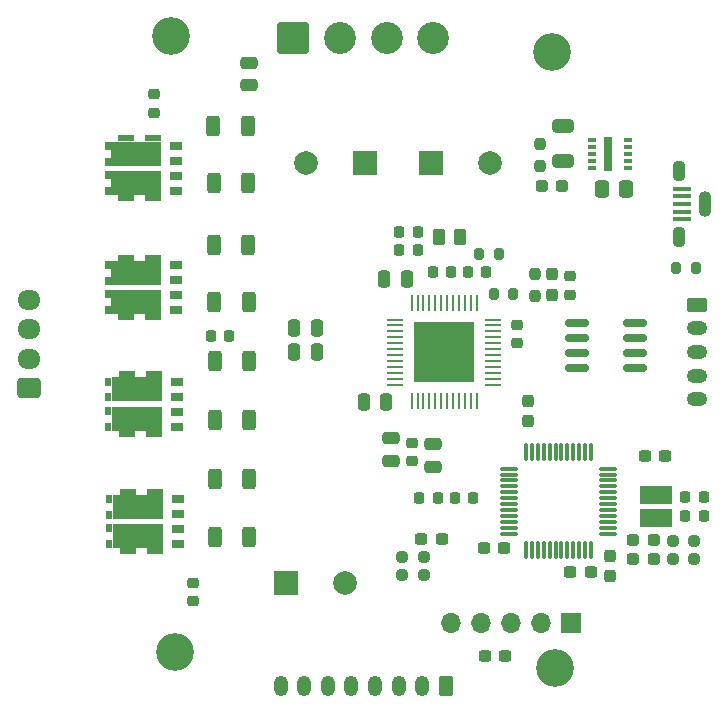
<source format=gbr>
%TF.GenerationSoftware,KiCad,Pcbnew,8.0.6*%
%TF.CreationDate,2025-12-29T11:58:40+02:00*%
%TF.ProjectId,TMCM_1260_alternative,544d434d-5f31-4323-9630-5f616c746572,rev?*%
%TF.SameCoordinates,Original*%
%TF.FileFunction,Soldermask,Top*%
%TF.FilePolarity,Negative*%
%FSLAX46Y46*%
G04 Gerber Fmt 4.6, Leading zero omitted, Abs format (unit mm)*
G04 Created by KiCad (PCBNEW 8.0.6) date 2025-12-29 11:58:40*
%MOMM*%
%LPD*%
G01*
G04 APERTURE LIST*
G04 Aperture macros list*
%AMRoundRect*
0 Rectangle with rounded corners*
0 $1 Rounding radius*
0 $2 $3 $4 $5 $6 $7 $8 $9 X,Y pos of 4 corners*
0 Add a 4 corners polygon primitive as box body*
4,1,4,$2,$3,$4,$5,$6,$7,$8,$9,$2,$3,0*
0 Add four circle primitives for the rounded corners*
1,1,$1+$1,$2,$3*
1,1,$1+$1,$4,$5*
1,1,$1+$1,$6,$7*
1,1,$1+$1,$8,$9*
0 Add four rect primitives between the rounded corners*
20,1,$1+$1,$2,$3,$4,$5,0*
20,1,$1+$1,$4,$5,$6,$7,0*
20,1,$1+$1,$6,$7,$8,$9,0*
20,1,$1+$1,$8,$9,$2,$3,0*%
G04 Aperture macros list end*
%ADD10C,3.200000*%
%ADD11R,2.000000X2.000000*%
%ADD12C,2.000000*%
%ADD13RoundRect,0.250000X0.250000X0.475000X-0.250000X0.475000X-0.250000X-0.475000X0.250000X-0.475000X0*%
%ADD14RoundRect,0.237500X0.237500X-0.300000X0.237500X0.300000X-0.237500X0.300000X-0.237500X-0.300000X0*%
%ADD15R,2.700000X1.500000*%
%ADD16RoundRect,0.250000X0.312500X0.625000X-0.312500X0.625000X-0.312500X-0.625000X0.312500X-0.625000X0*%
%ADD17RoundRect,0.237500X0.250000X0.237500X-0.250000X0.237500X-0.250000X-0.237500X0.250000X-0.237500X0*%
%ADD18RoundRect,0.225000X-0.225000X-0.250000X0.225000X-0.250000X0.225000X0.250000X-0.225000X0.250000X0*%
%ADD19RoundRect,0.237500X-0.237500X0.300000X-0.237500X-0.300000X0.237500X-0.300000X0.237500X0.300000X0*%
%ADD20RoundRect,0.237500X-0.287500X-0.237500X0.287500X-0.237500X0.287500X0.237500X-0.287500X0.237500X0*%
%ADD21RoundRect,0.225000X0.250000X-0.225000X0.250000X0.225000X-0.250000X0.225000X-0.250000X-0.225000X0*%
%ADD22R,1.500000X0.450000*%
%ADD23O,1.100000X1.800000*%
%ADD24O,1.100000X2.200000*%
%ADD25R,4.280000X2.080000*%
%ADD26R,1.400000X0.495000*%
%ADD27R,0.560000X0.750000*%
%ADD28R,1.000000X0.750000*%
%ADD29RoundRect,0.225000X-0.250000X0.225000X-0.250000X-0.225000X0.250000X-0.225000X0.250000X0.225000X0*%
%ADD30RoundRect,0.237500X-0.300000X-0.237500X0.300000X-0.237500X0.300000X0.237500X-0.300000X0.237500X0*%
%ADD31RoundRect,0.250000X0.475000X-0.250000X0.475000X0.250000X-0.475000X0.250000X-0.475000X-0.250000X0*%
%ADD32RoundRect,0.250000X0.650000X-0.325000X0.650000X0.325000X-0.650000X0.325000X-0.650000X-0.325000X0*%
%ADD33RoundRect,0.250001X-1.099999X-1.099999X1.099999X-1.099999X1.099999X1.099999X-1.099999X1.099999X0*%
%ADD34C,2.700000*%
%ADD35RoundRect,0.237500X0.300000X0.237500X-0.300000X0.237500X-0.300000X-0.237500X0.300000X-0.237500X0*%
%ADD36RoundRect,0.250000X0.350000X0.625000X-0.350000X0.625000X-0.350000X-0.625000X0.350000X-0.625000X0*%
%ADD37O,1.200000X1.750000*%
%ADD38RoundRect,0.150000X-0.825000X-0.150000X0.825000X-0.150000X0.825000X0.150000X-0.825000X0.150000X0*%
%ADD39O,1.950000X1.700000*%
%ADD40RoundRect,0.250000X0.725000X-0.600000X0.725000X0.600000X-0.725000X0.600000X-0.725000X-0.600000X0*%
%ADD41RoundRect,0.075000X0.662500X0.075000X-0.662500X0.075000X-0.662500X-0.075000X0.662500X-0.075000X0*%
%ADD42RoundRect,0.075000X0.075000X0.662500X-0.075000X0.662500X-0.075000X-0.662500X0.075000X-0.662500X0*%
%ADD43RoundRect,0.237500X0.237500X-0.250000X0.237500X0.250000X-0.237500X0.250000X-0.237500X-0.250000X0*%
%ADD44C,0.499999*%
%ADD45R,0.800001X2.999999*%
%ADD46R,0.750001X0.399999*%
%ADD47RoundRect,0.250000X-0.625000X0.350000X-0.625000X-0.350000X0.625000X-0.350000X0.625000X0.350000X0*%
%ADD48O,1.750000X1.200000*%
%ADD49RoundRect,0.225000X0.225000X0.250000X-0.225000X0.250000X-0.225000X-0.250000X0.225000X-0.250000X0*%
%ADD50RoundRect,0.250000X0.337500X0.475000X-0.337500X0.475000X-0.337500X-0.475000X0.337500X-0.475000X0*%
%ADD51RoundRect,0.237500X0.287500X0.237500X-0.287500X0.237500X-0.287500X-0.237500X0.287500X-0.237500X0*%
%ADD52RoundRect,0.200000X0.200000X0.275000X-0.200000X0.275000X-0.200000X-0.275000X0.200000X-0.275000X0*%
%ADD53RoundRect,0.200000X-0.200000X-0.275000X0.200000X-0.275000X0.200000X0.275000X-0.200000X0.275000X0*%
%ADD54R,1.700000X1.700000*%
%ADD55O,1.700000X1.700000*%
%ADD56RoundRect,0.250000X-0.475000X0.250000X-0.475000X-0.250000X0.475000X-0.250000X0.475000X0.250000X0*%
%ADD57RoundRect,0.250000X-0.262500X-0.450000X0.262500X-0.450000X0.262500X0.450000X-0.262500X0.450000X0*%
%ADD58RoundRect,0.237500X-0.250000X-0.237500X0.250000X-0.237500X0.250000X0.237500X-0.250000X0.237500X0*%
%ADD59R,0.279400X1.346200*%
%ADD60R,1.346200X0.279400*%
%ADD61R,5.105400X5.105400*%
G04 APERTURE END LIST*
D10*
%TO.C,REF\u002A\u002A*%
X115951000Y-74574400D03*
%TD*%
%TO.C,REF\u002A\u002A*%
X83743800Y-73253600D03*
%TD*%
%TO.C,REF\u002A\u002A*%
X84048600Y-125399800D03*
%TD*%
%TO.C,REF\u002A\u002A*%
X116255800Y-126746000D03*
%TD*%
D11*
%TO.C,C24*%
X93425000Y-119583200D03*
D12*
X98425000Y-119583200D03*
%TD*%
D13*
%TO.C,C15*%
X103693000Y-93776800D03*
X101793000Y-93776800D03*
%TD*%
D14*
%TO.C,C8*%
X115976400Y-95147300D03*
X115976400Y-93422300D03*
%TD*%
D15*
%TO.C,Y1*%
X124790200Y-114041000D03*
X124790200Y-112141000D03*
%TD*%
D16*
%TO.C,R10*%
X90337100Y-105714800D03*
X87412100Y-105714800D03*
%TD*%
D17*
%TO.C,R34*%
X105130600Y-118846600D03*
X103305600Y-118846600D03*
%TD*%
D18*
%TO.C,C29*%
X108864000Y-93192200D03*
X110414000Y-93192200D03*
%TD*%
%TO.C,C19*%
X87109000Y-98628200D03*
X88659000Y-98628200D03*
%TD*%
D19*
%TO.C,C37*%
X120904000Y-117247500D03*
X120904000Y-118972500D03*
%TD*%
D20*
%TO.C,D2*%
X122834400Y-117551200D03*
X124584400Y-117551200D03*
%TD*%
D21*
%TO.C,C20*%
X82245200Y-79743600D03*
X82245200Y-78193600D03*
%TD*%
D17*
%TO.C,R35*%
X105105200Y-117348000D03*
X103280200Y-117348000D03*
%TD*%
D22*
%TO.C,J5*%
X127021400Y-88758200D03*
X127021400Y-88108200D03*
X127021400Y-87458200D03*
X127021400Y-86808200D03*
X127021400Y-86158200D03*
D23*
X126771400Y-90258200D03*
D24*
X128921400Y-87458200D03*
D23*
X126771400Y-84658200D03*
%TD*%
D25*
%TO.C,Q1*%
X80911600Y-115595600D03*
X80911600Y-113115600D03*
D26*
X80051600Y-111828600D03*
X82351600Y-111828600D03*
X82351600Y-116882600D03*
X80051600Y-116882600D03*
D27*
X78491600Y-116260600D03*
X78491600Y-114930600D03*
X78491600Y-113780600D03*
X78491600Y-112450600D03*
D28*
X84300600Y-112450600D03*
X84300600Y-113720600D03*
X84300600Y-114990600D03*
X84300600Y-116260600D03*
%TD*%
D29*
%TO.C,C17*%
X85623400Y-121069400D03*
X85623400Y-119519400D03*
%TD*%
D18*
%TO.C,C16*%
X107784600Y-112344200D03*
X109334600Y-112344200D03*
%TD*%
D30*
%TO.C,C38*%
X104928500Y-115798600D03*
X106653500Y-115798600D03*
%TD*%
%TO.C,C4*%
X110312200Y-125704600D03*
X112037200Y-125704600D03*
%TD*%
D13*
%TO.C,C13*%
X96073000Y-97993200D03*
X94173000Y-97993200D03*
%TD*%
D31*
%TO.C,C21*%
X90347800Y-77429400D03*
X90347800Y-75529400D03*
%TD*%
D20*
%TO.C,D3*%
X122834400Y-115925600D03*
X124584400Y-115925600D03*
%TD*%
D32*
%TO.C,C1*%
X116912300Y-83847200D03*
X116912300Y-80897200D03*
%TD*%
D33*
%TO.C,J4*%
X94060000Y-73400000D03*
D34*
X98020000Y-73400000D03*
X101980000Y-73400000D03*
X105940000Y-73400000D03*
%TD*%
D35*
%TO.C,C10*%
X111936700Y-116611400D03*
X110211700Y-116611400D03*
%TD*%
D18*
%TO.C,C32*%
X105879600Y-93218000D03*
X107429600Y-93218000D03*
%TD*%
D36*
%TO.C,J3*%
X107000000Y-128248000D03*
D37*
X105000000Y-128248000D03*
X103000000Y-128248000D03*
X101000000Y-128248000D03*
X99000000Y-128248000D03*
X97000000Y-128248000D03*
X95000000Y-128248000D03*
X93000000Y-128248000D03*
%TD*%
D38*
%TO.C,U3*%
X118073400Y-97550200D03*
X118073400Y-98820200D03*
X118073400Y-100090200D03*
X118073400Y-101360200D03*
X123023400Y-101360200D03*
X123023400Y-100090200D03*
X123023400Y-98820200D03*
X123023400Y-97550200D03*
%TD*%
D39*
%TO.C,J1*%
X71690500Y-95554000D03*
X71690500Y-98054000D03*
X71690500Y-100554000D03*
D40*
X71690500Y-103054000D03*
%TD*%
D14*
%TO.C,C11*%
X113919000Y-105840700D03*
X113919000Y-104115700D03*
%TD*%
D16*
%TO.C,R9*%
X90337100Y-110718600D03*
X87412100Y-110718600D03*
%TD*%
D41*
%TO.C,U2*%
X120697700Y-115373600D03*
X120697700Y-114873600D03*
X120697700Y-114373600D03*
X120697700Y-113873600D03*
X120697700Y-113373600D03*
X120697700Y-112873600D03*
X120697700Y-112373600D03*
X120697700Y-111873600D03*
X120697700Y-111373600D03*
X120697700Y-110873600D03*
X120697700Y-110373600D03*
X120697700Y-109873600D03*
D42*
X119285200Y-108461100D03*
X118785200Y-108461100D03*
X118285200Y-108461100D03*
X117785200Y-108461100D03*
X117285200Y-108461100D03*
X116785200Y-108461100D03*
X116285200Y-108461100D03*
X115785200Y-108461100D03*
X115285200Y-108461100D03*
X114785200Y-108461100D03*
X114285200Y-108461100D03*
X113785200Y-108461100D03*
D41*
X112372700Y-109873600D03*
X112372700Y-110373600D03*
X112372700Y-110873600D03*
X112372700Y-111373600D03*
X112372700Y-111873600D03*
X112372700Y-112373600D03*
X112372700Y-112873600D03*
X112372700Y-113373600D03*
X112372700Y-113873600D03*
X112372700Y-114373600D03*
X112372700Y-114873600D03*
X112372700Y-115373600D03*
D42*
X113785200Y-116786100D03*
X114285200Y-116786100D03*
X114785200Y-116786100D03*
X115285200Y-116786100D03*
X115785200Y-116786100D03*
X116285200Y-116786100D03*
X116785200Y-116786100D03*
X117285200Y-116786100D03*
X117785200Y-116786100D03*
X118285200Y-116786100D03*
X118785200Y-116786100D03*
X119285200Y-116786100D03*
%TD*%
D16*
%TO.C,R11*%
X90337100Y-100761800D03*
X87412100Y-100761800D03*
%TD*%
D25*
%TO.C,Q3*%
X80793800Y-95765800D03*
X80793800Y-93285800D03*
D26*
X79933800Y-91998800D03*
X82233800Y-91998800D03*
X82233800Y-97052800D03*
X79933800Y-97052800D03*
D27*
X78373800Y-96430800D03*
X78373800Y-95100800D03*
X78373800Y-93950800D03*
X78373800Y-92620800D03*
D28*
X84182800Y-92620800D03*
X84182800Y-93890800D03*
X84182800Y-95160800D03*
X84182800Y-96430800D03*
%TD*%
D18*
%TO.C,C30*%
X103060200Y-89814400D03*
X104610200Y-89814400D03*
%TD*%
D16*
%TO.C,R19*%
X90260900Y-90906600D03*
X87335900Y-90906600D03*
%TD*%
D25*
%TO.C,Q2*%
X80844600Y-105646400D03*
X80844600Y-103166400D03*
D26*
X79984600Y-101879400D03*
X82284600Y-101879400D03*
X82284600Y-106933400D03*
X79984600Y-106933400D03*
D27*
X78424600Y-106311400D03*
X78424600Y-104981400D03*
X78424600Y-103831400D03*
X78424600Y-102501400D03*
D28*
X84233600Y-102501400D03*
X84233600Y-103771400D03*
X84233600Y-105041400D03*
X84233600Y-106311400D03*
%TD*%
D43*
%TO.C,R1*%
X114931100Y-84249900D03*
X114931100Y-82424900D03*
%TD*%
%TO.C,R5*%
X114503200Y-95222700D03*
X114503200Y-93397700D03*
%TD*%
D35*
%TO.C,C7*%
X119251900Y-118643400D03*
X117526900Y-118643400D03*
%TD*%
D44*
%TO.C,U1*%
X120749498Y-84272000D03*
X120749498Y-83242000D03*
X120749498Y-82212000D03*
D45*
X120749498Y-83242000D03*
D46*
X122449500Y-82042000D03*
X122449500Y-82642001D03*
X122449500Y-83242003D03*
X122449500Y-83842001D03*
X122449500Y-84442003D03*
X119399498Y-84442003D03*
X119399498Y-83842001D03*
X119399498Y-83242003D03*
X119399498Y-82642001D03*
X119399498Y-82042000D03*
%TD*%
D47*
%TO.C,J2*%
X128250000Y-96000000D03*
D48*
X128250000Y-98000000D03*
X128250000Y-100000000D03*
X128250000Y-102000000D03*
X128250000Y-104000000D03*
%TD*%
D21*
%TO.C,C9*%
X117525800Y-95136000D03*
X117525800Y-93586000D03*
%TD*%
D30*
%TO.C,C2*%
X123852600Y-108762800D03*
X125577600Y-108762800D03*
%TD*%
D49*
%TO.C,C31*%
X104610200Y-91338400D03*
X103060200Y-91338400D03*
%TD*%
D50*
%TO.C,C3*%
X122267800Y-86182200D03*
X120192800Y-86182200D03*
%TD*%
D51*
%TO.C,D1*%
X116847500Y-85902800D03*
X115097500Y-85902800D03*
%TD*%
D13*
%TO.C,C12*%
X96073000Y-99999800D03*
X94173000Y-99999800D03*
%TD*%
D52*
%TO.C,R24*%
X111480000Y-91668200D03*
X109830000Y-91668200D03*
%TD*%
D25*
%TO.C,Q4*%
X80793800Y-85682000D03*
X80793800Y-83202000D03*
D26*
X79933800Y-81915000D03*
X82233800Y-81915000D03*
X82233800Y-86969000D03*
X79933800Y-86969000D03*
D27*
X78373800Y-86347000D03*
X78373800Y-85017000D03*
X78373800Y-83867000D03*
X78373800Y-82537000D03*
D28*
X84182800Y-82537000D03*
X84182800Y-83807000D03*
X84182800Y-85077000D03*
X84182800Y-86347000D03*
%TD*%
D53*
%TO.C,R39*%
X126517400Y-92887800D03*
X128167400Y-92887800D03*
%TD*%
D16*
%TO.C,R8*%
X90337100Y-115620800D03*
X87412100Y-115620800D03*
%TD*%
D11*
%TO.C,C22*%
X100132277Y-83997800D03*
D12*
X95132277Y-83997800D03*
%TD*%
D13*
%TO.C,C14*%
X101940400Y-104267000D03*
X100040400Y-104267000D03*
%TD*%
D52*
%TO.C,R27*%
X112686600Y-95123000D03*
X111036600Y-95123000D03*
%TD*%
D54*
%TO.C,J7*%
X117602000Y-122936000D03*
D55*
X115062000Y-122936000D03*
X112522000Y-122936000D03*
X109982000Y-122936000D03*
X107442000Y-122936000D03*
%TD*%
D29*
%TO.C,C26*%
X104165400Y-107698200D03*
X104165400Y-109248200D03*
%TD*%
D21*
%TO.C,C33*%
X113030000Y-99250800D03*
X113030000Y-97700800D03*
%TD*%
D56*
%TO.C,C27*%
X105943400Y-107812800D03*
X105943400Y-109712800D03*
%TD*%
D16*
%TO.C,R18*%
X90286300Y-95783400D03*
X87361300Y-95783400D03*
%TD*%
D57*
%TO.C,R25*%
X106377100Y-90246200D03*
X108202100Y-90246200D03*
%TD*%
D16*
%TO.C,R21*%
X90235500Y-80899000D03*
X87310500Y-80899000D03*
%TD*%
D58*
%TO.C,R2*%
X126184600Y-117500400D03*
X128009600Y-117500400D03*
%TD*%
D11*
%TO.C,C23*%
X105765600Y-83997800D03*
D12*
X110765600Y-83997800D03*
%TD*%
D18*
%TO.C,C6*%
X127279400Y-112293400D03*
X128829400Y-112293400D03*
%TD*%
%TO.C,C5*%
X127279400Y-113842800D03*
X128829400Y-113842800D03*
%TD*%
D17*
%TO.C,R3*%
X128009600Y-115976400D03*
X126184600Y-115976400D03*
%TD*%
D16*
%TO.C,R20*%
X90260900Y-85725000D03*
X87335900Y-85725000D03*
%TD*%
D59*
%TO.C,U4*%
X104100500Y-104177091D03*
X104600499Y-104177091D03*
X105100501Y-104177091D03*
X105600500Y-104177091D03*
X106100499Y-104177091D03*
X106600500Y-104177091D03*
X107100500Y-104177091D03*
X107600501Y-104177091D03*
X108100500Y-104177091D03*
X108600499Y-104177091D03*
X109100501Y-104177091D03*
X109600500Y-104177091D03*
D60*
X111028800Y-102748791D03*
X111028800Y-102248792D03*
X111028800Y-101748790D03*
X111028800Y-101248791D03*
X111028800Y-100748792D03*
X111028800Y-100248791D03*
X111028800Y-99748791D03*
X111028800Y-99248790D03*
X111028800Y-98748791D03*
X111028800Y-98248792D03*
X111028800Y-97748790D03*
X111028800Y-97248791D03*
D59*
X109600500Y-95820491D03*
X109100501Y-95820491D03*
X108600499Y-95820491D03*
X108100500Y-95820491D03*
X107600501Y-95820491D03*
X107100500Y-95820491D03*
X106600500Y-95820491D03*
X106100499Y-95820491D03*
X105600500Y-95820491D03*
X105100501Y-95820491D03*
X104600499Y-95820491D03*
X104100500Y-95820491D03*
D60*
X102672200Y-97248791D03*
X102672200Y-97748790D03*
X102672200Y-98248792D03*
X102672200Y-98748791D03*
X102672200Y-99248790D03*
X102672200Y-99748791D03*
X102672200Y-100248791D03*
X102672200Y-100748792D03*
X102672200Y-101248791D03*
X102672200Y-101748790D03*
X102672200Y-102248792D03*
X102672200Y-102748791D03*
D61*
X106850500Y-99998791D03*
%TD*%
D49*
%TO.C,C25*%
X106312000Y-112344200D03*
X104762000Y-112344200D03*
%TD*%
D56*
%TO.C,C28*%
X102362000Y-107294600D03*
X102362000Y-109194600D03*
%TD*%
M02*

</source>
